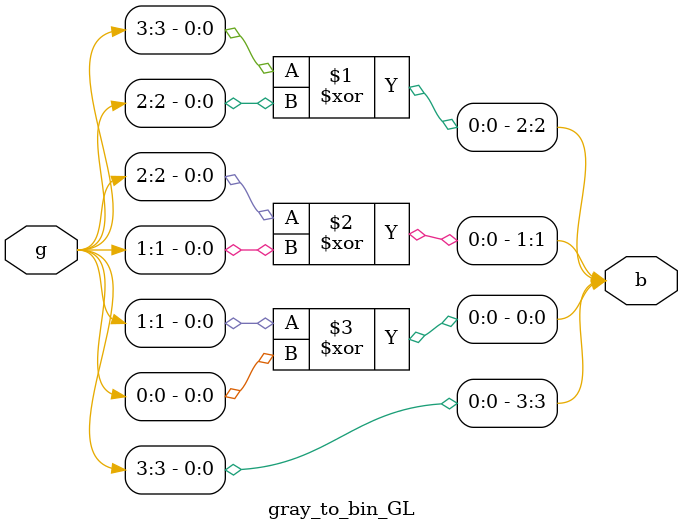
<source format=v>
`timescale 1ns / 1ps


module gray_to_bin_GL(
    input [3:0] g,
    output [3:0] b
    );
xor (b[3],g[3]);
xor (b[2],g[3],g[2]);
xor (b[1],g[2],g[1]);
xor (b[0],g[1],g[0]);
endmodule

</source>
